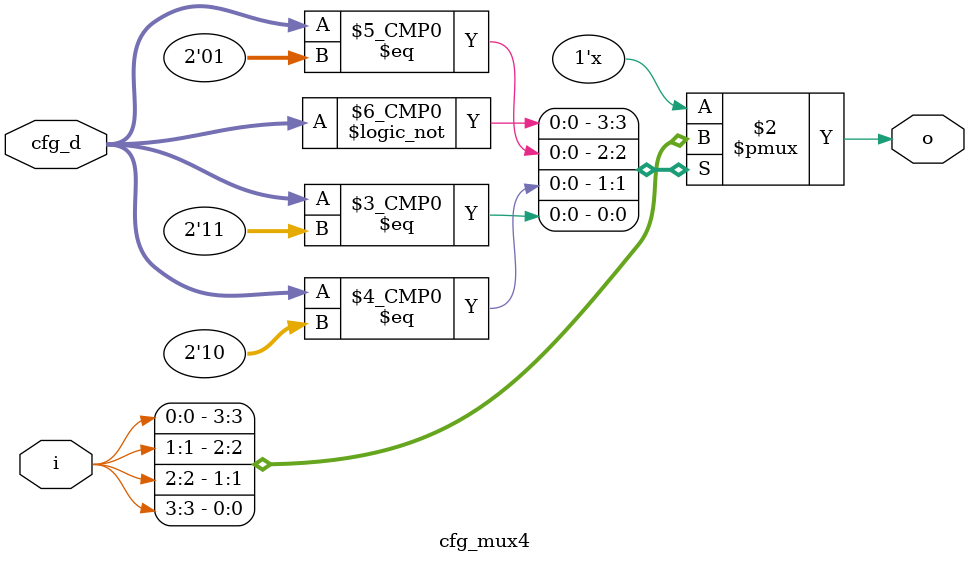
<source format=v>
module cfg_mux4 (
    input wire [3:0] i,
    output reg [0:0] o,
    input wire [1:0] cfg_d
    );

    always @* begin
        o = 1'b0;
        case (cfg_d)    // synopsys infer_mux
            2'd0: o = i[0];
            2'd1: o = i[1];
            2'd2: o = i[2];
            2'd3: o = i[3];
        endcase
    end

endmodule

</source>
